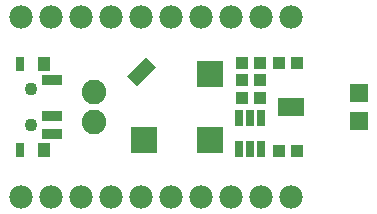
<source format=gts>
G75*
%MOIN*%
%OFA0B0*%
%FSLAX25Y25*%
%IPPOS*%
%LPD*%
%AMOC8*
5,1,8,0,0,1.08239X$1,22.5*
%
%ADD10C,0.07800*%
%ADD11R,0.08674X0.08674*%
%ADD12R,0.08674X0.04737*%
%ADD13R,0.03950X0.03950*%
%ADD14R,0.02965X0.05524*%
%ADD15R,0.05918X0.05918*%
%ADD16R,0.08674X0.06318*%
%ADD17R,0.06706X0.03556*%
%ADD18R,0.03162X0.04737*%
%ADD19R,0.03950X0.04737*%
%ADD20C,0.04343*%
%ADD21C,0.08200*%
D10*
X0011800Y0023933D03*
X0021800Y0023933D03*
X0031800Y0023933D03*
X0041800Y0023933D03*
X0051800Y0023933D03*
X0061800Y0023933D03*
X0071800Y0023933D03*
X0081800Y0023933D03*
X0091800Y0023933D03*
X0101800Y0023933D03*
X0101800Y0084033D03*
X0091800Y0084033D03*
X0081800Y0084033D03*
X0071800Y0084033D03*
X0061800Y0084033D03*
X0051800Y0084033D03*
X0041800Y0084033D03*
X0031800Y0084033D03*
X0021800Y0084033D03*
X0011800Y0084033D03*
D11*
X0074924Y0065007D03*
X0074924Y0042959D03*
X0052876Y0042959D03*
D12*
G36*
X0056830Y0067186D02*
X0050697Y0061053D01*
X0047348Y0064402D01*
X0053481Y0070535D01*
X0056830Y0067186D01*
G37*
D13*
X0085600Y0068783D03*
X0091600Y0068783D03*
X0097900Y0068683D03*
X0103900Y0068683D03*
X0091500Y0062883D03*
X0085500Y0062883D03*
X0085500Y0057083D03*
X0091500Y0057083D03*
X0097900Y0039233D03*
X0103900Y0039233D03*
D14*
X0092040Y0039965D03*
X0088300Y0039965D03*
X0084560Y0039965D03*
X0084560Y0050201D03*
X0088300Y0050201D03*
X0092040Y0050201D03*
D15*
X0124600Y0049456D03*
X0124600Y0058511D03*
D16*
X0101850Y0053983D03*
D17*
X0022290Y0051030D03*
X0022290Y0045125D03*
X0022290Y0062841D03*
D18*
X0011463Y0068353D03*
X0011463Y0039613D03*
D19*
X0019731Y0039613D03*
X0019731Y0068353D03*
D20*
X0015400Y0059889D03*
X0015400Y0048078D03*
D21*
X0036400Y0048983D03*
X0036400Y0058983D03*
M02*

</source>
